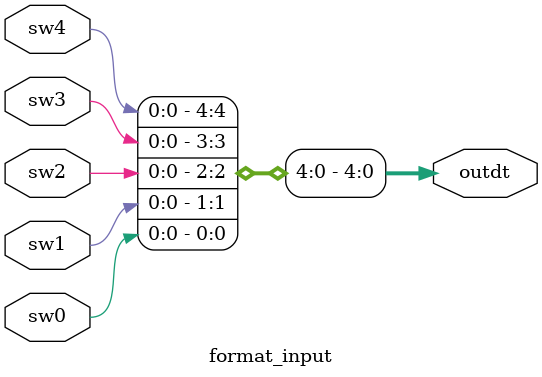
<source format=v>
module format_input(sw4,sw3,sw2,sw1,sw0,outdt);
	input sw4,sw3,sw2,sw1,sw0;
	output [31:0] outdt;
	assign outdt[4]=sw4;
	assign outdt[3]=sw3;
	assign outdt[2]=sw2;
	assign outdt[1]=sw1;
	assign outdt[0]=sw0;
endmodule
</source>
